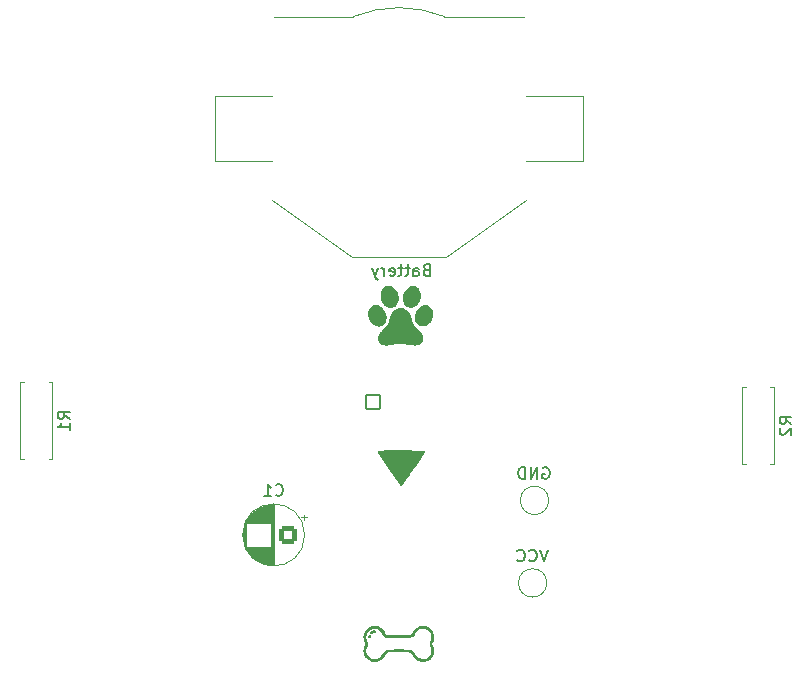
<source format=gbr>
%TF.GenerationSoftware,KiCad,Pcbnew,9.0.2*%
%TF.CreationDate,2025-06-30T15:38:40+07:00*%
%TF.ProjectId,PCB art,50434220-6172-4742-9e6b-696361645f70,rev?*%
%TF.SameCoordinates,Original*%
%TF.FileFunction,Legend,Bot*%
%TF.FilePolarity,Positive*%
%FSLAX46Y46*%
G04 Gerber Fmt 4.6, Leading zero omitted, Abs format (unit mm)*
G04 Created by KiCad (PCBNEW 9.0.2) date 2025-06-30 15:38:40*
%MOMM*%
%LPD*%
G01*
G04 APERTURE LIST*
G04 Aperture macros list*
%AMRoundRect*
0 Rectangle with rounded corners*
0 $1 Rounding radius*
0 $2 $3 $4 $5 $6 $7 $8 $9 X,Y pos of 4 corners*
0 Add a 4 corners polygon primitive as box body*
4,1,4,$2,$3,$4,$5,$6,$7,$8,$9,$2,$3,0*
0 Add four circle primitives for the rounded corners*
1,1,$1+$1,$2,$3*
1,1,$1+$1,$4,$5*
1,1,$1+$1,$6,$7*
1,1,$1+$1,$8,$9*
0 Add four rect primitives between the rounded corners*
20,1,$1+$1,$2,$3,$4,$5,0*
20,1,$1+$1,$4,$5,$6,$7,0*
20,1,$1+$1,$6,$7,$8,$9,0*
20,1,$1+$1,$8,$9,$2,$3,0*%
G04 Aperture macros list end*
%ADD10C,0.150000*%
%ADD11C,0.120000*%
%ADD12C,0.000000*%
%ADD13C,5.300000*%
%ADD14R,1.800000X1.800000*%
%ADD15C,1.800000*%
%ADD16C,2.000000*%
%ADD17RoundRect,0.102000X-0.611000X-0.611000X0.611000X-0.611000X0.611000X0.611000X-0.611000X0.611000X0*%
%ADD18C,1.426000*%
%ADD19R,5.100000X5.100000*%
%ADD20C,17.800000*%
%ADD21C,1.600000*%
%ADD22RoundRect,0.250000X0.550000X0.550000X-0.550000X0.550000X-0.550000X-0.550000X0.550000X-0.550000X0*%
G04 APERTURE END LIST*
D10*
X164137205Y-113953315D02*
X164232443Y-113905696D01*
X164232443Y-113905696D02*
X164375300Y-113905696D01*
X164375300Y-113905696D02*
X164518157Y-113953315D01*
X164518157Y-113953315D02*
X164613395Y-114048553D01*
X164613395Y-114048553D02*
X164661014Y-114143791D01*
X164661014Y-114143791D02*
X164708633Y-114334267D01*
X164708633Y-114334267D02*
X164708633Y-114477124D01*
X164708633Y-114477124D02*
X164661014Y-114667600D01*
X164661014Y-114667600D02*
X164613395Y-114762838D01*
X164613395Y-114762838D02*
X164518157Y-114858077D01*
X164518157Y-114858077D02*
X164375300Y-114905696D01*
X164375300Y-114905696D02*
X164280062Y-114905696D01*
X164280062Y-114905696D02*
X164137205Y-114858077D01*
X164137205Y-114858077D02*
X164089586Y-114810457D01*
X164089586Y-114810457D02*
X164089586Y-114477124D01*
X164089586Y-114477124D02*
X164280062Y-114477124D01*
X163661014Y-114905696D02*
X163661014Y-113905696D01*
X163661014Y-113905696D02*
X163089586Y-114905696D01*
X163089586Y-114905696D02*
X163089586Y-113905696D01*
X162613395Y-114905696D02*
X162613395Y-113905696D01*
X162613395Y-113905696D02*
X162375300Y-113905696D01*
X162375300Y-113905696D02*
X162232443Y-113953315D01*
X162232443Y-113953315D02*
X162137205Y-114048553D01*
X162137205Y-114048553D02*
X162089586Y-114143791D01*
X162089586Y-114143791D02*
X162041967Y-114334267D01*
X162041967Y-114334267D02*
X162041967Y-114477124D01*
X162041967Y-114477124D02*
X162089586Y-114667600D01*
X162089586Y-114667600D02*
X162137205Y-114762838D01*
X162137205Y-114762838D02*
X162232443Y-114858077D01*
X162232443Y-114858077D02*
X162375300Y-114905696D01*
X162375300Y-114905696D02*
X162613395Y-114905696D01*
X154270330Y-97198686D02*
X154127473Y-97246305D01*
X154127473Y-97246305D02*
X154079854Y-97293924D01*
X154079854Y-97293924D02*
X154032235Y-97389162D01*
X154032235Y-97389162D02*
X154032235Y-97532019D01*
X154032235Y-97532019D02*
X154079854Y-97627257D01*
X154079854Y-97627257D02*
X154127473Y-97674877D01*
X154127473Y-97674877D02*
X154222711Y-97722496D01*
X154222711Y-97722496D02*
X154603663Y-97722496D01*
X154603663Y-97722496D02*
X154603663Y-96722496D01*
X154603663Y-96722496D02*
X154270330Y-96722496D01*
X154270330Y-96722496D02*
X154175092Y-96770115D01*
X154175092Y-96770115D02*
X154127473Y-96817734D01*
X154127473Y-96817734D02*
X154079854Y-96912972D01*
X154079854Y-96912972D02*
X154079854Y-97008210D01*
X154079854Y-97008210D02*
X154127473Y-97103448D01*
X154127473Y-97103448D02*
X154175092Y-97151067D01*
X154175092Y-97151067D02*
X154270330Y-97198686D01*
X154270330Y-97198686D02*
X154603663Y-97198686D01*
X153175092Y-97722496D02*
X153175092Y-97198686D01*
X153175092Y-97198686D02*
X153222711Y-97103448D01*
X153222711Y-97103448D02*
X153317949Y-97055829D01*
X153317949Y-97055829D02*
X153508425Y-97055829D01*
X153508425Y-97055829D02*
X153603663Y-97103448D01*
X153175092Y-97674877D02*
X153270330Y-97722496D01*
X153270330Y-97722496D02*
X153508425Y-97722496D01*
X153508425Y-97722496D02*
X153603663Y-97674877D01*
X153603663Y-97674877D02*
X153651282Y-97579638D01*
X153651282Y-97579638D02*
X153651282Y-97484400D01*
X153651282Y-97484400D02*
X153603663Y-97389162D01*
X153603663Y-97389162D02*
X153508425Y-97341543D01*
X153508425Y-97341543D02*
X153270330Y-97341543D01*
X153270330Y-97341543D02*
X153175092Y-97293924D01*
X152841758Y-97055829D02*
X152460806Y-97055829D01*
X152698901Y-96722496D02*
X152698901Y-97579638D01*
X152698901Y-97579638D02*
X152651282Y-97674877D01*
X152651282Y-97674877D02*
X152556044Y-97722496D01*
X152556044Y-97722496D02*
X152460806Y-97722496D01*
X152270329Y-97055829D02*
X151889377Y-97055829D01*
X152127472Y-96722496D02*
X152127472Y-97579638D01*
X152127472Y-97579638D02*
X152079853Y-97674877D01*
X152079853Y-97674877D02*
X151984615Y-97722496D01*
X151984615Y-97722496D02*
X151889377Y-97722496D01*
X151175091Y-97674877D02*
X151270329Y-97722496D01*
X151270329Y-97722496D02*
X151460805Y-97722496D01*
X151460805Y-97722496D02*
X151556043Y-97674877D01*
X151556043Y-97674877D02*
X151603662Y-97579638D01*
X151603662Y-97579638D02*
X151603662Y-97198686D01*
X151603662Y-97198686D02*
X151556043Y-97103448D01*
X151556043Y-97103448D02*
X151460805Y-97055829D01*
X151460805Y-97055829D02*
X151270329Y-97055829D01*
X151270329Y-97055829D02*
X151175091Y-97103448D01*
X151175091Y-97103448D02*
X151127472Y-97198686D01*
X151127472Y-97198686D02*
X151127472Y-97293924D01*
X151127472Y-97293924D02*
X151603662Y-97389162D01*
X150698900Y-97722496D02*
X150698900Y-97055829D01*
X150698900Y-97246305D02*
X150651281Y-97151067D01*
X150651281Y-97151067D02*
X150603662Y-97103448D01*
X150603662Y-97103448D02*
X150508424Y-97055829D01*
X150508424Y-97055829D02*
X150413186Y-97055829D01*
X150175090Y-97055829D02*
X149936995Y-97722496D01*
X149698900Y-97055829D02*
X149936995Y-97722496D01*
X149936995Y-97722496D02*
X150032233Y-97960591D01*
X150032233Y-97960591D02*
X150079852Y-98008210D01*
X150079852Y-98008210D02*
X150175090Y-98055829D01*
X185173520Y-110247010D02*
X184697329Y-109913677D01*
X185173520Y-109675582D02*
X184173520Y-109675582D01*
X184173520Y-109675582D02*
X184173520Y-110056534D01*
X184173520Y-110056534D02*
X184221139Y-110151772D01*
X184221139Y-110151772D02*
X184268758Y-110199391D01*
X184268758Y-110199391D02*
X184363996Y-110247010D01*
X184363996Y-110247010D02*
X184506853Y-110247010D01*
X184506853Y-110247010D02*
X184602091Y-110199391D01*
X184602091Y-110199391D02*
X184649710Y-110151772D01*
X184649710Y-110151772D02*
X184697329Y-110056534D01*
X184697329Y-110056534D02*
X184697329Y-109675582D01*
X184268758Y-110627963D02*
X184221139Y-110675582D01*
X184221139Y-110675582D02*
X184173520Y-110770820D01*
X184173520Y-110770820D02*
X184173520Y-111008915D01*
X184173520Y-111008915D02*
X184221139Y-111104153D01*
X184221139Y-111104153D02*
X184268758Y-111151772D01*
X184268758Y-111151772D02*
X184363996Y-111199391D01*
X184363996Y-111199391D02*
X184459234Y-111199391D01*
X184459234Y-111199391D02*
X184602091Y-111151772D01*
X184602091Y-111151772D02*
X185173520Y-110580344D01*
X185173520Y-110580344D02*
X185173520Y-111199391D01*
X164545833Y-120894096D02*
X164212500Y-121894096D01*
X164212500Y-121894096D02*
X163879167Y-120894096D01*
X162974405Y-121798857D02*
X163022024Y-121846477D01*
X163022024Y-121846477D02*
X163164881Y-121894096D01*
X163164881Y-121894096D02*
X163260119Y-121894096D01*
X163260119Y-121894096D02*
X163402976Y-121846477D01*
X163402976Y-121846477D02*
X163498214Y-121751238D01*
X163498214Y-121751238D02*
X163545833Y-121656000D01*
X163545833Y-121656000D02*
X163593452Y-121465524D01*
X163593452Y-121465524D02*
X163593452Y-121322667D01*
X163593452Y-121322667D02*
X163545833Y-121132191D01*
X163545833Y-121132191D02*
X163498214Y-121036953D01*
X163498214Y-121036953D02*
X163402976Y-120941715D01*
X163402976Y-120941715D02*
X163260119Y-120894096D01*
X163260119Y-120894096D02*
X163164881Y-120894096D01*
X163164881Y-120894096D02*
X163022024Y-120941715D01*
X163022024Y-120941715D02*
X162974405Y-120989334D01*
X161974405Y-121798857D02*
X162022024Y-121846477D01*
X162022024Y-121846477D02*
X162164881Y-121894096D01*
X162164881Y-121894096D02*
X162260119Y-121894096D01*
X162260119Y-121894096D02*
X162402976Y-121846477D01*
X162402976Y-121846477D02*
X162498214Y-121751238D01*
X162498214Y-121751238D02*
X162545833Y-121656000D01*
X162545833Y-121656000D02*
X162593452Y-121465524D01*
X162593452Y-121465524D02*
X162593452Y-121322667D01*
X162593452Y-121322667D02*
X162545833Y-121132191D01*
X162545833Y-121132191D02*
X162498214Y-121036953D01*
X162498214Y-121036953D02*
X162402976Y-120941715D01*
X162402976Y-120941715D02*
X162260119Y-120894096D01*
X162260119Y-120894096D02*
X162164881Y-120894096D01*
X162164881Y-120894096D02*
X162022024Y-120941715D01*
X162022024Y-120941715D02*
X161974405Y-120989334D01*
X141500280Y-116268857D02*
X141547899Y-116316477D01*
X141547899Y-116316477D02*
X141690756Y-116364096D01*
X141690756Y-116364096D02*
X141785994Y-116364096D01*
X141785994Y-116364096D02*
X141928851Y-116316477D01*
X141928851Y-116316477D02*
X142024089Y-116221238D01*
X142024089Y-116221238D02*
X142071708Y-116126000D01*
X142071708Y-116126000D02*
X142119327Y-115935524D01*
X142119327Y-115935524D02*
X142119327Y-115792667D01*
X142119327Y-115792667D02*
X142071708Y-115602191D01*
X142071708Y-115602191D02*
X142024089Y-115506953D01*
X142024089Y-115506953D02*
X141928851Y-115411715D01*
X141928851Y-115411715D02*
X141785994Y-115364096D01*
X141785994Y-115364096D02*
X141690756Y-115364096D01*
X141690756Y-115364096D02*
X141547899Y-115411715D01*
X141547899Y-115411715D02*
X141500280Y-115459334D01*
X140547899Y-116364096D02*
X141119327Y-116364096D01*
X140833613Y-116364096D02*
X140833613Y-115364096D01*
X140833613Y-115364096D02*
X140928851Y-115506953D01*
X140928851Y-115506953D02*
X141024089Y-115602191D01*
X141024089Y-115602191D02*
X141119327Y-115649810D01*
X124061120Y-109837010D02*
X123584929Y-109503677D01*
X124061120Y-109265582D02*
X123061120Y-109265582D01*
X123061120Y-109265582D02*
X123061120Y-109646534D01*
X123061120Y-109646534D02*
X123108739Y-109741772D01*
X123108739Y-109741772D02*
X123156358Y-109789391D01*
X123156358Y-109789391D02*
X123251596Y-109837010D01*
X123251596Y-109837010D02*
X123394453Y-109837010D01*
X123394453Y-109837010D02*
X123489691Y-109789391D01*
X123489691Y-109789391D02*
X123537310Y-109741772D01*
X123537310Y-109741772D02*
X123584929Y-109646534D01*
X123584929Y-109646534D02*
X123584929Y-109265582D01*
X124061120Y-110789391D02*
X124061120Y-110217963D01*
X124061120Y-110503677D02*
X123061120Y-110503677D01*
X123061120Y-110503677D02*
X123203977Y-110408439D01*
X123203977Y-110408439D02*
X123299215Y-110313201D01*
X123299215Y-110313201D02*
X123346834Y-110217963D01*
D11*
%TO.C,GND*%
X164626101Y-116734877D02*
G75*
G02*
X162226101Y-116734877I-1200000J0D01*
G01*
X162226101Y-116734877D02*
G75*
G02*
X164626101Y-116734877I1200000J0D01*
G01*
D12*
%TO.C,G\u002A\u002A\u002A*%
G36*
X153288892Y-98581489D02*
G01*
X153395285Y-98622780D01*
X153440184Y-98646742D01*
X153530538Y-98711890D01*
X153609005Y-98792589D01*
X153674985Y-98886847D01*
X153727879Y-98992672D01*
X153767088Y-99108071D01*
X153792013Y-99231051D01*
X153802055Y-99359620D01*
X153796615Y-99491787D01*
X153775094Y-99625558D01*
X153736893Y-99758940D01*
X153709752Y-99829833D01*
X153648545Y-99955532D01*
X153574352Y-100067946D01*
X153484699Y-100171113D01*
X153407134Y-100242289D01*
X153301560Y-100317392D01*
X153191081Y-100373010D01*
X153077369Y-100408169D01*
X152992143Y-100420885D01*
X152879288Y-100419815D01*
X152770450Y-100397693D01*
X152666174Y-100354647D01*
X152567003Y-100290799D01*
X152553482Y-100280071D01*
X152473099Y-100201061D01*
X152404757Y-100106588D01*
X152349411Y-99999280D01*
X152308017Y-99881763D01*
X152281531Y-99756665D01*
X152270910Y-99626612D01*
X152277109Y-99494233D01*
X152288150Y-99417368D01*
X152322082Y-99273801D01*
X152371547Y-99138361D01*
X152435282Y-99012804D01*
X152512023Y-98898886D01*
X152600509Y-98798364D01*
X152699477Y-98712993D01*
X152807665Y-98644529D01*
X152923809Y-98594729D01*
X152967261Y-98581557D01*
X153077375Y-98561026D01*
X153183753Y-98560953D01*
X153288892Y-98581489D01*
G37*
G36*
X150136669Y-100186503D02*
G01*
X150248203Y-100219542D01*
X150357842Y-100271405D01*
X150463967Y-100341815D01*
X150564959Y-100430500D01*
X150625543Y-100495622D01*
X150719353Y-100620572D01*
X150794807Y-100756696D01*
X150851891Y-100903971D01*
X150882762Y-101027521D01*
X150900160Y-101160057D01*
X150902253Y-101291414D01*
X150888980Y-101417019D01*
X150860280Y-101532300D01*
X150848120Y-101567235D01*
X150816294Y-101645041D01*
X150780721Y-101710317D01*
X150737567Y-101769479D01*
X150682999Y-101828939D01*
X150671478Y-101840220D01*
X150581683Y-101912035D01*
X150482444Y-101965479D01*
X150376080Y-101999265D01*
X150338535Y-102006285D01*
X150239468Y-102013658D01*
X150140727Y-102003755D01*
X150038801Y-101976031D01*
X149930183Y-101929939D01*
X149924143Y-101926949D01*
X149805492Y-101855898D01*
X149697283Y-101767365D01*
X149600895Y-101663287D01*
X149517708Y-101545604D01*
X149449102Y-101416253D01*
X149396455Y-101277173D01*
X149361147Y-101130301D01*
X149347876Y-101023602D01*
X149346320Y-100890924D01*
X149361211Y-100763399D01*
X149391819Y-100643128D01*
X149437416Y-100532219D01*
X149497271Y-100432773D01*
X149570658Y-100346896D01*
X149656845Y-100276692D01*
X149703970Y-100248056D01*
X149806890Y-100203062D01*
X149914393Y-100177988D01*
X150024859Y-100172560D01*
X150136669Y-100186503D01*
G37*
G36*
X151175085Y-98569128D02*
G01*
X151292309Y-98601294D01*
X151404469Y-98654162D01*
X151511159Y-98727519D01*
X151611969Y-98821152D01*
X151688210Y-98911522D01*
X151770913Y-99038788D01*
X151836255Y-99177798D01*
X151883686Y-99327338D01*
X151912659Y-99486193D01*
X151920157Y-99598927D01*
X151913591Y-99729296D01*
X151891139Y-99853687D01*
X151853826Y-99970339D01*
X151802679Y-100077489D01*
X151738723Y-100173377D01*
X151662984Y-100256241D01*
X151576486Y-100324321D01*
X151480256Y-100375853D01*
X151375319Y-100409078D01*
X151345136Y-100415057D01*
X151271671Y-100423650D01*
X151200109Y-100421579D01*
X151120176Y-100408836D01*
X151009489Y-100376709D01*
X150900972Y-100324815D01*
X150797330Y-100253171D01*
X150697165Y-100160959D01*
X150690176Y-100153630D01*
X150601524Y-100046876D01*
X150528186Y-99929631D01*
X150468719Y-99799235D01*
X150421682Y-99653029D01*
X150414165Y-99623770D01*
X150405504Y-99584026D01*
X150399725Y-99545202D01*
X150396266Y-99501699D01*
X150394565Y-99447915D01*
X150394057Y-99378252D01*
X150395288Y-99294159D01*
X150400695Y-99213716D01*
X150411595Y-99143358D01*
X150429271Y-99077145D01*
X150455004Y-99009136D01*
X150490078Y-98933391D01*
X150543717Y-98841849D01*
X150616602Y-98752750D01*
X150701088Y-98678896D01*
X150795098Y-98621528D01*
X150896553Y-98581888D01*
X151003374Y-98561219D01*
X151113484Y-98560763D01*
X151175085Y-98569128D01*
G37*
G36*
X154218129Y-100175137D02*
G01*
X154330616Y-100189391D01*
X154435082Y-100222801D01*
X154530408Y-100274331D01*
X154615474Y-100342942D01*
X154689158Y-100427598D01*
X154750342Y-100527262D01*
X154797903Y-100640896D01*
X154830723Y-100767464D01*
X154839612Y-100834489D01*
X154843592Y-100926653D01*
X154840600Y-101024385D01*
X154830924Y-101119752D01*
X154814852Y-101204817D01*
X154813383Y-101210669D01*
X154767905Y-101351833D01*
X154705519Y-101486671D01*
X154628267Y-101611857D01*
X154538191Y-101724065D01*
X154437332Y-101819970D01*
X154423204Y-101831125D01*
X154361386Y-101873201D01*
X154289301Y-101914258D01*
X154213561Y-101951015D01*
X154140777Y-101980191D01*
X154077561Y-101998505D01*
X154061566Y-102001729D01*
X153978674Y-102012982D01*
X153901491Y-102012342D01*
X153819693Y-101999863D01*
X153814206Y-101998686D01*
X153705254Y-101964214D01*
X153606295Y-101911197D01*
X153518317Y-101840577D01*
X153442307Y-101753297D01*
X153379251Y-101650299D01*
X153330137Y-101532524D01*
X153318617Y-101496682D01*
X153306659Y-101452123D01*
X153298791Y-101408422D01*
X153293774Y-101358132D01*
X153290365Y-101293805D01*
X153289975Y-101283397D01*
X153292890Y-101136352D01*
X153312727Y-100998895D01*
X153350433Y-100866478D01*
X153406958Y-100734550D01*
X153456638Y-100643599D01*
X153542056Y-100519947D01*
X153639803Y-100413579D01*
X153750394Y-100323961D01*
X153874345Y-100250560D01*
X153904679Y-100236003D01*
X153996917Y-100200835D01*
X154089230Y-100181095D01*
X154190378Y-100174680D01*
X154218129Y-100175137D01*
G37*
G36*
X152168811Y-100461155D02*
G01*
X152306668Y-100481176D01*
X152435818Y-100520495D01*
X152555312Y-100578606D01*
X152664203Y-100655000D01*
X152761542Y-100749171D01*
X152846383Y-100860610D01*
X152849480Y-100865381D01*
X152883250Y-100921508D01*
X152913019Y-100980135D01*
X152940227Y-101045010D01*
X152966316Y-101119884D01*
X152992728Y-101208506D01*
X153020903Y-101314627D01*
X153029599Y-101348440D01*
X153060382Y-101460757D01*
X153091446Y-101559553D01*
X153124605Y-101647849D01*
X153161669Y-101728663D01*
X153204453Y-101805016D01*
X153254766Y-101879927D01*
X153314423Y-101956415D01*
X153385234Y-102037501D01*
X153469013Y-102126205D01*
X153567571Y-102225545D01*
X153588679Y-102246542D01*
X153669545Y-102328632D01*
X153736377Y-102399793D01*
X153791089Y-102462424D01*
X153835598Y-102518923D01*
X153871820Y-102571689D01*
X153901669Y-102623120D01*
X153927064Y-102675615D01*
X153951049Y-102736025D01*
X153985976Y-102859756D01*
X154004090Y-102984930D01*
X154005932Y-103036833D01*
X153995905Y-103146757D01*
X153966643Y-103247412D01*
X153918549Y-103338133D01*
X153852027Y-103418253D01*
X153767479Y-103487107D01*
X153665310Y-103544029D01*
X153655053Y-103548558D01*
X153596988Y-103570371D01*
X153528975Y-103591351D01*
X153460402Y-103608802D01*
X153400657Y-103620028D01*
X153394445Y-103620851D01*
X153296203Y-103626245D01*
X153185919Y-103619645D01*
X153068810Y-103601345D01*
X153049800Y-103597527D01*
X152951077Y-103578857D01*
X152855463Y-103563019D01*
X152758859Y-103549534D01*
X152657165Y-103537925D01*
X152546280Y-103527715D01*
X152422106Y-103518428D01*
X152280543Y-103509585D01*
X152218989Y-103506681D01*
X152108459Y-103504660D01*
X151989777Y-103506531D01*
X151859722Y-103512415D01*
X151715071Y-103522432D01*
X151552603Y-103536701D01*
X151509173Y-103540902D01*
X151438962Y-103548185D01*
X151379064Y-103555401D01*
X151323223Y-103563495D01*
X151265178Y-103573416D01*
X151198674Y-103586109D01*
X151117451Y-103602522D01*
X151069793Y-103611919D01*
X151016587Y-103620633D01*
X150970778Y-103625035D01*
X150924611Y-103625788D01*
X150870327Y-103623549D01*
X150774028Y-103613646D01*
X150654848Y-103588673D01*
X150544810Y-103551101D01*
X150446624Y-103502105D01*
X150363002Y-103442865D01*
X150296656Y-103374555D01*
X150278717Y-103350196D01*
X150229040Y-103259790D01*
X150197584Y-103159604D01*
X150184587Y-103051250D01*
X150190284Y-102936343D01*
X150214912Y-102816494D01*
X150226916Y-102775538D01*
X150246601Y-102717065D01*
X150268937Y-102663005D01*
X150295572Y-102610994D01*
X150328158Y-102558665D01*
X150368342Y-102503651D01*
X150417774Y-102443587D01*
X150478104Y-102376106D01*
X150550980Y-102298841D01*
X150638053Y-102209428D01*
X150701944Y-102144111D01*
X150772755Y-102070273D01*
X150831408Y-102006792D01*
X150879868Y-101951185D01*
X150920100Y-101900972D01*
X150954071Y-101853672D01*
X150983745Y-101806804D01*
X151011088Y-101757885D01*
X151038065Y-101704436D01*
X151066093Y-101643013D01*
X151093886Y-101572208D01*
X151119814Y-101493857D01*
X151145384Y-101403367D01*
X151172103Y-101296145D01*
X151176273Y-101278785D01*
X151207993Y-101160462D01*
X151242075Y-101058823D01*
X151280305Y-100969632D01*
X151324469Y-100888652D01*
X151376351Y-100811649D01*
X151386560Y-100798061D01*
X151477435Y-100696293D01*
X151580489Y-100611966D01*
X151694758Y-100545553D01*
X151819277Y-100497528D01*
X151953079Y-100468365D01*
X152095200Y-100458539D01*
X152168811Y-100461155D01*
G37*
G36*
X151407901Y-112511173D02*
G01*
X151538770Y-112511198D01*
X151678526Y-112511239D01*
X151827445Y-112511297D01*
X151985808Y-112511370D01*
X152153892Y-112511457D01*
X154079284Y-112512500D01*
X154103737Y-112527619D01*
X154120633Y-112539468D01*
X154141878Y-112561751D01*
X154154748Y-112588191D01*
X154160168Y-112620306D01*
X154160523Y-112629758D01*
X154159470Y-112653941D01*
X154155510Y-112671183D01*
X154154428Y-112673125D01*
X154148093Y-112683014D01*
X154136427Y-112700559D01*
X154119686Y-112725390D01*
X154098126Y-112757138D01*
X154072003Y-112795434D01*
X154041573Y-112839908D01*
X154007092Y-112890190D01*
X153968816Y-112945912D01*
X153927002Y-113006703D01*
X153881905Y-113072194D01*
X153833782Y-113142017D01*
X153782889Y-113215800D01*
X153729481Y-113293176D01*
X153673815Y-113373774D01*
X153616147Y-113457226D01*
X153556733Y-113543161D01*
X153495829Y-113631210D01*
X153433691Y-113721004D01*
X153370575Y-113812173D01*
X153306737Y-113904348D01*
X153242434Y-113997160D01*
X153177922Y-114090239D01*
X153113455Y-114183215D01*
X153049292Y-114275719D01*
X152985687Y-114367383D01*
X152922897Y-114457835D01*
X152861178Y-114546707D01*
X152800785Y-114633630D01*
X152741976Y-114718234D01*
X152685006Y-114800149D01*
X152630131Y-114879006D01*
X152577607Y-114954436D01*
X152527691Y-115026069D01*
X152480638Y-115093536D01*
X152436704Y-115156467D01*
X152396147Y-115214493D01*
X152359220Y-115267244D01*
X152326182Y-115314352D01*
X152297287Y-115355446D01*
X152272793Y-115390157D01*
X152252954Y-115418116D01*
X152238027Y-115438953D01*
X152228269Y-115452299D01*
X152223935Y-115457784D01*
X152216544Y-115464187D01*
X152187881Y-115481434D01*
X152157274Y-115489418D01*
X152126151Y-115488137D01*
X152095938Y-115477593D01*
X152068064Y-115457784D01*
X152066665Y-115456120D01*
X152059724Y-115446799D01*
X152047483Y-115429802D01*
X152030198Y-115405499D01*
X152008125Y-115374259D01*
X151981520Y-115336451D01*
X151950638Y-115292444D01*
X151915736Y-115242607D01*
X151877070Y-115187310D01*
X151834895Y-115126921D01*
X151789467Y-115061810D01*
X151741044Y-114992345D01*
X151689879Y-114918896D01*
X151636230Y-114841832D01*
X151580353Y-114761522D01*
X151522502Y-114678335D01*
X151462935Y-114592640D01*
X151401908Y-114504806D01*
X151339675Y-114415202D01*
X151276494Y-114324198D01*
X151212619Y-114232162D01*
X151148308Y-114139464D01*
X151083816Y-114046473D01*
X151019398Y-113953557D01*
X150955312Y-113861086D01*
X150891812Y-113769429D01*
X150829156Y-113678956D01*
X150767598Y-113590034D01*
X150707395Y-113503034D01*
X150648802Y-113418324D01*
X150592076Y-113336273D01*
X150537473Y-113257251D01*
X150485248Y-113181627D01*
X150435658Y-113109769D01*
X150388959Y-113042047D01*
X150345406Y-112978830D01*
X150305255Y-112920487D01*
X150268762Y-112867387D01*
X150236184Y-112819900D01*
X150207776Y-112778393D01*
X150183795Y-112743237D01*
X150164495Y-112714801D01*
X150150134Y-112693453D01*
X150140967Y-112679563D01*
X150137250Y-112673500D01*
X150135685Y-112669539D01*
X150131337Y-112647565D01*
X150131160Y-112621707D01*
X150134935Y-112596112D01*
X150142445Y-112574930D01*
X150156620Y-112554295D01*
X150180849Y-112532252D01*
X150209137Y-112517328D01*
X150209598Y-112517185D01*
X150212986Y-112516590D01*
X150218853Y-112516032D01*
X150227477Y-112515509D01*
X150239136Y-112515020D01*
X150254109Y-112514566D01*
X150272674Y-112514144D01*
X150295111Y-112513753D01*
X150321697Y-112513394D01*
X150352712Y-112513066D01*
X150388434Y-112512767D01*
X150429141Y-112512496D01*
X150475113Y-112512253D01*
X150526626Y-112512037D01*
X150583962Y-112511847D01*
X150647397Y-112511683D01*
X150717210Y-112511542D01*
X150793681Y-112511426D01*
X150877087Y-112511332D01*
X150967707Y-112511260D01*
X151065820Y-112511209D01*
X151171704Y-112511178D01*
X151285638Y-112511166D01*
X151407901Y-112511173D01*
G37*
D11*
%TO.C,Battery*%
X136394901Y-82517677D02*
X141194901Y-82517677D01*
X136394901Y-88017677D02*
X136394901Y-82517677D01*
X141194901Y-88017677D02*
X136394901Y-88017677D01*
X141394901Y-75767677D02*
X148094901Y-75767677D01*
X147994901Y-96117677D02*
X141194901Y-91317677D01*
X155894901Y-96117677D02*
X147994901Y-96117677D01*
X162494901Y-75767677D02*
X155794901Y-75767677D01*
X162694901Y-82517677D02*
X167494901Y-82517677D01*
X162744901Y-91317677D02*
X155894901Y-96117677D01*
X167494901Y-82517677D02*
X167494901Y-88017677D01*
X167494901Y-88017677D02*
X162694901Y-88017677D01*
X148094901Y-75767677D02*
G75*
G02*
X155791286Y-75766213I3850000J-9500000D01*
G01*
%TO.C,R2*%
X180978701Y-107143677D02*
X180978701Y-113683677D01*
X180978701Y-113683677D02*
X181308701Y-113683677D01*
X181308701Y-107143677D02*
X180978701Y-107143677D01*
X183388701Y-107143677D02*
X183718701Y-107143677D01*
X183718701Y-107143677D02*
X183718701Y-113683677D01*
X183718701Y-113683677D02*
X183388701Y-113683677D01*
%TO.C,VCC*%
X164463301Y-123723277D02*
G75*
G02*
X162063301Y-123723277I-1200000J0D01*
G01*
X162063301Y-123723277D02*
G75*
G02*
X164463301Y-123723277I1200000J0D01*
G01*
%TO.C,C1*%
X138733614Y-119376277D02*
X138733614Y-119942277D01*
X138773614Y-119142277D02*
X138773614Y-120176277D01*
X138813614Y-118982277D02*
X138813614Y-120336277D01*
X138853614Y-118854277D02*
X138853614Y-120464277D01*
X138893614Y-118745277D02*
X138893614Y-120573277D01*
X138933614Y-118648277D02*
X138933614Y-120670277D01*
X138973614Y-118561277D02*
X138973614Y-120757277D01*
X139013614Y-118482277D02*
X139013614Y-120836277D01*
X139053614Y-118408277D02*
X139053614Y-118619277D01*
X139053614Y-120699277D02*
X139053614Y-120910277D01*
X139093614Y-118340277D02*
X139093614Y-118619277D01*
X139093614Y-120699277D02*
X139093614Y-120978277D01*
X139133614Y-118276277D02*
X139133614Y-118619277D01*
X139133614Y-120699277D02*
X139133614Y-121042277D01*
X139173614Y-118216277D02*
X139173614Y-118619277D01*
X139173614Y-120699277D02*
X139173614Y-121102277D01*
X139213614Y-118160277D02*
X139213614Y-118619277D01*
X139213614Y-120699277D02*
X139213614Y-121158277D01*
X139253614Y-118106277D02*
X139253614Y-118619277D01*
X139253614Y-120699277D02*
X139253614Y-121212277D01*
X139293614Y-118055277D02*
X139293614Y-118619277D01*
X139293614Y-120699277D02*
X139293614Y-121263277D01*
X139333614Y-118007277D02*
X139333614Y-118619277D01*
X139333614Y-120699277D02*
X139333614Y-121311277D01*
X139373614Y-117960277D02*
X139373614Y-118619277D01*
X139373614Y-120699277D02*
X139373614Y-121358277D01*
X139413614Y-117916277D02*
X139413614Y-118619277D01*
X139413614Y-120699277D02*
X139413614Y-121402277D01*
X139453614Y-117874277D02*
X139453614Y-118619277D01*
X139453614Y-120699277D02*
X139453614Y-121444277D01*
X139493614Y-117834277D02*
X139493614Y-118619277D01*
X139493614Y-120699277D02*
X139493614Y-121484277D01*
X139533614Y-117795277D02*
X139533614Y-118619277D01*
X139533614Y-120699277D02*
X139533614Y-121523277D01*
X139573614Y-117758277D02*
X139573614Y-118619277D01*
X139573614Y-120699277D02*
X139573614Y-121560277D01*
X139613614Y-117723277D02*
X139613614Y-118619277D01*
X139613614Y-120699277D02*
X139613614Y-121595277D01*
X139653614Y-117689277D02*
X139653614Y-118619277D01*
X139653614Y-120699277D02*
X139653614Y-121629277D01*
X139693614Y-117656277D02*
X139693614Y-118619277D01*
X139693614Y-120699277D02*
X139693614Y-121662277D01*
X139733614Y-117624277D02*
X139733614Y-118619277D01*
X139733614Y-120699277D02*
X139733614Y-121694277D01*
X139773614Y-117594277D02*
X139773614Y-118619277D01*
X139773614Y-120699277D02*
X139773614Y-121724277D01*
X139813614Y-117565277D02*
X139813614Y-118619277D01*
X139813614Y-120699277D02*
X139813614Y-121753277D01*
X139853614Y-117537277D02*
X139853614Y-118619277D01*
X139853614Y-120699277D02*
X139853614Y-121781277D01*
X139893614Y-117510277D02*
X139893614Y-118619277D01*
X139893614Y-120699277D02*
X139893614Y-121808277D01*
X139933614Y-117484277D02*
X139933614Y-118619277D01*
X139933614Y-120699277D02*
X139933614Y-121834277D01*
X139973614Y-117460277D02*
X139973614Y-118619277D01*
X139973614Y-120699277D02*
X139973614Y-121858277D01*
X140013614Y-117436277D02*
X140013614Y-118619277D01*
X140013614Y-120699277D02*
X140013614Y-121882277D01*
X140053614Y-117413277D02*
X140053614Y-118619277D01*
X140053614Y-120699277D02*
X140053614Y-121905277D01*
X140093614Y-117391277D02*
X140093614Y-118619277D01*
X140093614Y-120699277D02*
X140093614Y-121927277D01*
X140133614Y-117370277D02*
X140133614Y-118619277D01*
X140133614Y-120699277D02*
X140133614Y-121948277D01*
X140173614Y-117350277D02*
X140173614Y-118619277D01*
X140173614Y-120699277D02*
X140173614Y-121968277D01*
X140213614Y-117330277D02*
X140213614Y-118619277D01*
X140213614Y-120699277D02*
X140213614Y-121988277D01*
X140253614Y-117312277D02*
X140253614Y-118619277D01*
X140253614Y-120699277D02*
X140253614Y-122006277D01*
X140293614Y-117294277D02*
X140293614Y-118619277D01*
X140293614Y-120699277D02*
X140293614Y-122024277D01*
X140333614Y-117277277D02*
X140333614Y-118619277D01*
X140333614Y-120699277D02*
X140333614Y-122041277D01*
X140373614Y-117261277D02*
X140373614Y-118619277D01*
X140373614Y-120699277D02*
X140373614Y-122057277D01*
X140413614Y-117246277D02*
X140413614Y-118619277D01*
X140413614Y-120699277D02*
X140413614Y-122072277D01*
X140453614Y-117231277D02*
X140453614Y-118619277D01*
X140453614Y-120699277D02*
X140453614Y-122087277D01*
X140493614Y-117217277D02*
X140493614Y-118619277D01*
X140493614Y-120699277D02*
X140493614Y-122101277D01*
X140533614Y-117204277D02*
X140533614Y-118619277D01*
X140533614Y-120699277D02*
X140533614Y-122114277D01*
X140573614Y-117192277D02*
X140573614Y-118619277D01*
X140573614Y-120699277D02*
X140573614Y-122126277D01*
X140613614Y-117180277D02*
X140613614Y-118619277D01*
X140613614Y-120699277D02*
X140613614Y-122138277D01*
X140653614Y-117169277D02*
X140653614Y-118619277D01*
X140653614Y-120699277D02*
X140653614Y-122149277D01*
X140693614Y-117158277D02*
X140693614Y-118619277D01*
X140693614Y-120699277D02*
X140693614Y-122160277D01*
X140733614Y-117149277D02*
X140733614Y-118619277D01*
X140733614Y-120699277D02*
X140733614Y-122169277D01*
X140773614Y-117140277D02*
X140773614Y-118619277D01*
X140773614Y-120699277D02*
X140773614Y-122178277D01*
X140813614Y-117131277D02*
X140813614Y-118619277D01*
X140813614Y-120699277D02*
X140813614Y-122187277D01*
X140853614Y-117123277D02*
X140853614Y-118619277D01*
X140853614Y-120699277D02*
X140853614Y-122195277D01*
X140893614Y-117116277D02*
X140893614Y-118619277D01*
X140893614Y-120699277D02*
X140893614Y-122202277D01*
X140933614Y-117110277D02*
X140933614Y-118619277D01*
X140933614Y-120699277D02*
X140933614Y-122208277D01*
X140973614Y-117104277D02*
X140973614Y-118619277D01*
X140973614Y-120699277D02*
X140973614Y-122214277D01*
X141013614Y-117099277D02*
X141013614Y-118619277D01*
X141013614Y-120699277D02*
X141013614Y-122219277D01*
X141053614Y-117094277D02*
X141053614Y-118619277D01*
X141053614Y-120699277D02*
X141053614Y-122224277D01*
X141093614Y-117090277D02*
X141093614Y-118619277D01*
X141093614Y-120699277D02*
X141093614Y-122228277D01*
X141133614Y-117087277D02*
X141133614Y-122231277D01*
X141173614Y-117084277D02*
X141173614Y-122234277D01*
X141213614Y-117082277D02*
X141213614Y-122236277D01*
X141253614Y-117080277D02*
X141253614Y-122238277D01*
X141293614Y-117079277D02*
X141293614Y-122239277D01*
X141333614Y-117079277D02*
X141333614Y-122239277D01*
X143888389Y-117934277D02*
X143888389Y-118434277D01*
X144138389Y-118184277D02*
X143638389Y-118184277D01*
X143953614Y-119659277D02*
G75*
G02*
X138713614Y-119659277I-2620000J0D01*
G01*
X138713614Y-119659277D02*
G75*
G02*
X143953614Y-119659277I2620000J0D01*
G01*
%TO.C,R1*%
X119866301Y-106686477D02*
X120196301Y-106686477D01*
X119866301Y-113226477D02*
X119866301Y-106686477D01*
X120196301Y-113226477D02*
X119866301Y-113226477D01*
X122276301Y-113226477D02*
X122606301Y-113226477D01*
X122606301Y-106686477D02*
X122276301Y-106686477D01*
X122606301Y-113226477D02*
X122606301Y-106686477D01*
D12*
%TO.C,G\u002A\u002A\u002A*%
G36*
X149499544Y-128123593D02*
G01*
X149540840Y-128151979D01*
X149562337Y-128177646D01*
X149572579Y-128205180D01*
X149575102Y-128244986D01*
X149570476Y-128305277D01*
X149555056Y-128350452D01*
X149526725Y-128386180D01*
X149514181Y-128395860D01*
X149473790Y-128409678D01*
X149429570Y-128406435D01*
X149387596Y-128388337D01*
X149353945Y-128357592D01*
X149334691Y-128316407D01*
X149330792Y-128291749D01*
X149333457Y-128236233D01*
X149350587Y-128188298D01*
X149378971Y-128150506D01*
X149415399Y-128125417D01*
X149456660Y-128115593D01*
X149499544Y-128123593D01*
G37*
G36*
X149941402Y-127747897D02*
G01*
X149946435Y-127750430D01*
X149976074Y-127771005D01*
X149994759Y-127793067D01*
X150005802Y-127828063D01*
X150005603Y-127876910D01*
X149989594Y-127920859D01*
X149959433Y-127952442D01*
X149942458Y-127959799D01*
X149906574Y-127969743D01*
X149864145Y-127977625D01*
X149834158Y-127983568D01*
X149776152Y-128001391D01*
X149722719Y-128024561D01*
X149717214Y-128027416D01*
X149657435Y-128052991D01*
X149609730Y-128061098D01*
X149570815Y-128051743D01*
X149537406Y-128024934D01*
X149521937Y-128004757D01*
X149504955Y-127959462D01*
X149511353Y-127913143D01*
X149541124Y-127866150D01*
X149577128Y-127833686D01*
X149633207Y-127799255D01*
X149698616Y-127770669D01*
X149767748Y-127749583D01*
X149834994Y-127737655D01*
X149894748Y-127736541D01*
X149941402Y-127747897D01*
G37*
G36*
X154001215Y-127354167D02*
G01*
X154152125Y-127366073D01*
X154294173Y-127399616D01*
X154426981Y-127454641D01*
X154550170Y-127530995D01*
X154663359Y-127628523D01*
X154700754Y-127667472D01*
X154769172Y-127750374D01*
X154824496Y-127837345D01*
X154869129Y-127933165D01*
X154905476Y-128042612D01*
X154935938Y-128170462D01*
X154938384Y-128186989D01*
X154941288Y-128232677D01*
X154941882Y-128289865D01*
X154940297Y-128350765D01*
X154936668Y-128407590D01*
X154931127Y-128452551D01*
X154924101Y-128488224D01*
X154883506Y-128627155D01*
X154824590Y-128757526D01*
X154803086Y-128799754D01*
X154785200Y-128849281D01*
X154782034Y-128892944D01*
X154793425Y-128937871D01*
X154819209Y-128991195D01*
X154855183Y-129063098D01*
X154906209Y-129202402D01*
X154935226Y-129344267D01*
X154942524Y-129486576D01*
X154928392Y-129627211D01*
X154893120Y-129764056D01*
X154836998Y-129894993D01*
X154760314Y-130017905D01*
X154663359Y-130130676D01*
X154654256Y-130139669D01*
X154540212Y-130235427D01*
X154416202Y-130309997D01*
X154282604Y-130363226D01*
X154139798Y-130394959D01*
X153988162Y-130405043D01*
X153977806Y-130404942D01*
X153827492Y-130391948D01*
X153686692Y-130357625D01*
X153555865Y-130302258D01*
X153435469Y-130226133D01*
X153325962Y-130129537D01*
X153227804Y-130012757D01*
X153141451Y-129876078D01*
X153113476Y-129827231D01*
X153062018Y-129750874D01*
X153009734Y-129693337D01*
X152953277Y-129651855D01*
X152889297Y-129623661D01*
X152814446Y-129605990D01*
X152806820Y-129605075D01*
X152772640Y-129602997D01*
X152718418Y-129601154D01*
X152646571Y-129599548D01*
X152559514Y-129598178D01*
X152459663Y-129597045D01*
X152349433Y-129596148D01*
X152231241Y-129595487D01*
X152107502Y-129595063D01*
X151980631Y-129594874D01*
X151853045Y-129594923D01*
X151727158Y-129595207D01*
X151605388Y-129595728D01*
X151490148Y-129596485D01*
X151383856Y-129597478D01*
X151288927Y-129598708D01*
X151207777Y-129600174D01*
X151142820Y-129601877D01*
X151096474Y-129603815D01*
X151071153Y-129605990D01*
X151030073Y-129614178D01*
X150961379Y-129637060D01*
X150901788Y-129671925D01*
X150847952Y-129721540D01*
X150796522Y-129788669D01*
X150744149Y-129876078D01*
X150696618Y-129956331D01*
X150605366Y-130080105D01*
X150502857Y-130183713D01*
X150388249Y-130267839D01*
X150260697Y-130333162D01*
X150119357Y-130380365D01*
X150075588Y-130389865D01*
X149978602Y-130401903D01*
X149874116Y-130405285D01*
X149771618Y-130399897D01*
X149680594Y-130385625D01*
X149679770Y-130385437D01*
X149545611Y-130343022D01*
X149417332Y-130279790D01*
X149298585Y-130198245D01*
X149193022Y-130100892D01*
X149104293Y-129990237D01*
X149087950Y-129965317D01*
X149020284Y-129837261D01*
X148973705Y-129701756D01*
X148948324Y-129561351D01*
X148945504Y-129462484D01*
X149189182Y-129462484D01*
X149194752Y-129550914D01*
X149207567Y-129633724D01*
X149227001Y-129702392D01*
X149234915Y-129722174D01*
X149293233Y-129834088D01*
X149367906Y-129932153D01*
X149456514Y-130014999D01*
X149556635Y-130081258D01*
X149665847Y-130129560D01*
X149781729Y-130158535D01*
X149901859Y-130166814D01*
X150023816Y-130153027D01*
X150075083Y-130140783D01*
X150190570Y-130098951D01*
X150293640Y-130039228D01*
X150385743Y-129960464D01*
X150468326Y-129861510D01*
X150542836Y-129741218D01*
X150611435Y-129630170D01*
X150687374Y-129539302D01*
X150772019Y-129468084D01*
X150867346Y-129414857D01*
X150975327Y-129377964D01*
X150982688Y-129376527D01*
X151017572Y-129372945D01*
X151072735Y-129369748D01*
X151145876Y-129366935D01*
X151234694Y-129364507D01*
X151336888Y-129362464D01*
X151450158Y-129360805D01*
X151572201Y-129359531D01*
X151700718Y-129358641D01*
X151833406Y-129358136D01*
X151967967Y-129358016D01*
X152102097Y-129358280D01*
X152233496Y-129358929D01*
X152359864Y-129359962D01*
X152478900Y-129361380D01*
X152588301Y-129363182D01*
X152685769Y-129365369D01*
X152769000Y-129367941D01*
X152835695Y-129370897D01*
X152883553Y-129374238D01*
X152910272Y-129377964D01*
X153017326Y-129414448D01*
X153112759Y-129467518D01*
X153197493Y-129538564D01*
X153273503Y-129629245D01*
X153342763Y-129741218D01*
X153372424Y-129793185D01*
X153450069Y-129904591D01*
X153536379Y-129995129D01*
X153632803Y-130065948D01*
X153740788Y-130118198D01*
X153861783Y-130153027D01*
X153882012Y-130156894D01*
X154003833Y-130166930D01*
X154123427Y-130155128D01*
X154238371Y-130122857D01*
X154346244Y-130071485D01*
X154444625Y-130002384D01*
X154531092Y-129916921D01*
X154603223Y-129816468D01*
X154658598Y-129702392D01*
X154673944Y-129651830D01*
X154688406Y-129571639D01*
X154695774Y-129483781D01*
X154695422Y-129396777D01*
X154686725Y-129319147D01*
X154686590Y-129318438D01*
X154676049Y-129279891D01*
X154657432Y-129227465D01*
X154633330Y-129167957D01*
X154606333Y-129108164D01*
X154582431Y-129057654D01*
X154562356Y-129012419D01*
X154549654Y-128977682D01*
X154542654Y-128947757D01*
X154539681Y-128916958D01*
X154539062Y-128879600D01*
X154539469Y-128847595D01*
X154541959Y-128816118D01*
X154548212Y-128786411D01*
X154559900Y-128752788D01*
X154578696Y-128709558D01*
X154606274Y-128651035D01*
X154607536Y-128648387D01*
X154634194Y-128589389D01*
X154657729Y-128531891D01*
X154675631Y-128482356D01*
X154685393Y-128447243D01*
X154688257Y-128429310D01*
X154693419Y-128373368D01*
X154695661Y-128308409D01*
X154694995Y-128242502D01*
X154691430Y-128183718D01*
X154684978Y-128140129D01*
X154684591Y-128138503D01*
X154645210Y-128021346D01*
X154587151Y-127915015D01*
X154512842Y-127821086D01*
X154424714Y-127741134D01*
X154325194Y-127676734D01*
X154216712Y-127629462D01*
X154101697Y-127600894D01*
X153982578Y-127592606D01*
X153861783Y-127606172D01*
X153810516Y-127618416D01*
X153695030Y-127660248D01*
X153591959Y-127719971D01*
X153499856Y-127798736D01*
X153417273Y-127897689D01*
X153342763Y-128017981D01*
X153274164Y-128129029D01*
X153198225Y-128219897D01*
X153113580Y-128291115D01*
X153018254Y-128344342D01*
X152910272Y-128381235D01*
X152902911Y-128382672D01*
X152868027Y-128386254D01*
X152812864Y-128389451D01*
X152739723Y-128392264D01*
X152650905Y-128394692D01*
X152548711Y-128396735D01*
X152435441Y-128398394D01*
X152313398Y-128399668D01*
X152184881Y-128400558D01*
X152052193Y-128401063D01*
X151917633Y-128401183D01*
X151783502Y-128400919D01*
X151652103Y-128400270D01*
X151525735Y-128399237D01*
X151406699Y-128397819D01*
X151297298Y-128396017D01*
X151199831Y-128393830D01*
X151116599Y-128391258D01*
X151049904Y-128388302D01*
X151002046Y-128384961D01*
X150975327Y-128381235D01*
X150868273Y-128344751D01*
X150772840Y-128291681D01*
X150688106Y-128220635D01*
X150612096Y-128129955D01*
X150542836Y-128017981D01*
X150513175Y-127966014D01*
X150435530Y-127854609D01*
X150349220Y-127764070D01*
X150252796Y-127693251D01*
X150144811Y-127641001D01*
X150023816Y-127606172D01*
X150003587Y-127602305D01*
X149881766Y-127592269D01*
X149762172Y-127604071D01*
X149647228Y-127636343D01*
X149539355Y-127687714D01*
X149440974Y-127756815D01*
X149354507Y-127842278D01*
X149282376Y-127942732D01*
X149227001Y-128056807D01*
X149211655Y-128107369D01*
X149197193Y-128187560D01*
X149189825Y-128275418D01*
X149190177Y-128362422D01*
X149198874Y-128440052D01*
X149199009Y-128440761D01*
X149209550Y-128479308D01*
X149228167Y-128531734D01*
X149252269Y-128591242D01*
X149279266Y-128651035D01*
X149303168Y-128701545D01*
X149323243Y-128746780D01*
X149335945Y-128781517D01*
X149342945Y-128811442D01*
X149345918Y-128842241D01*
X149346537Y-128879600D01*
X149346128Y-128911690D01*
X149343634Y-128943140D01*
X149337374Y-128972827D01*
X149325675Y-129006436D01*
X149306863Y-129049653D01*
X149279266Y-129108164D01*
X149278593Y-129109573D01*
X149251636Y-129169439D01*
X149227637Y-129228856D01*
X149209186Y-129281024D01*
X149198874Y-129319147D01*
X149191481Y-129376953D01*
X149189182Y-129462484D01*
X148945504Y-129462484D01*
X148944252Y-129418592D01*
X148961601Y-129276027D01*
X149000483Y-129136205D01*
X149061009Y-129001673D01*
X149082907Y-128957293D01*
X149099994Y-128912222D01*
X149106251Y-128879600D01*
X149101402Y-128851809D01*
X149085513Y-128807904D01*
X149061009Y-128757526D01*
X149029074Y-128693555D01*
X148978434Y-128555542D01*
X148949802Y-128414442D01*
X148942857Y-128272495D01*
X148957280Y-128131944D01*
X148992749Y-127995030D01*
X149048946Y-127863994D01*
X149125549Y-127741078D01*
X149222240Y-127628523D01*
X149231344Y-127619530D01*
X149345387Y-127523772D01*
X149469397Y-127449202D01*
X149602995Y-127395974D01*
X149745801Y-127364240D01*
X149881766Y-127355198D01*
X149897437Y-127354156D01*
X149907793Y-127354257D01*
X150058107Y-127367251D01*
X150198907Y-127401574D01*
X150329734Y-127456942D01*
X150450130Y-127533066D01*
X150559637Y-127629662D01*
X150657796Y-127746442D01*
X150744149Y-127883121D01*
X150772123Y-127931969D01*
X150823581Y-128008326D01*
X150875865Y-128065862D01*
X150932322Y-128107345D01*
X150996302Y-128135538D01*
X151071153Y-128153209D01*
X151078779Y-128154124D01*
X151112959Y-128156202D01*
X151167181Y-128158045D01*
X151239028Y-128159651D01*
X151326085Y-128161021D01*
X151425936Y-128162154D01*
X151536166Y-128163051D01*
X151654358Y-128163712D01*
X151778097Y-128164137D01*
X151904968Y-128164325D01*
X152032555Y-128164277D01*
X152158441Y-128163992D01*
X152280212Y-128163471D01*
X152395451Y-128162714D01*
X152501743Y-128161721D01*
X152596672Y-128160491D01*
X152677822Y-128159025D01*
X152742779Y-128157323D01*
X152789125Y-128155384D01*
X152814446Y-128153209D01*
X152855526Y-128145021D01*
X152924220Y-128122139D01*
X152983811Y-128087274D01*
X153037647Y-128037660D01*
X153089077Y-127970531D01*
X153141451Y-127883121D01*
X153146835Y-127873389D01*
X153233990Y-127738029D01*
X153332920Y-127622586D01*
X153443167Y-127527347D01*
X153564274Y-127452598D01*
X153695780Y-127398626D01*
X153837229Y-127365717D01*
X153988162Y-127354156D01*
X154001215Y-127354167D01*
G37*
%TD*%
%LPC*%
D13*
%TO.C,REF\u002A\u002A*%
X128475301Y-85166077D03*
%TD*%
D14*
%TO.C,^*%
X164237701Y-95789277D03*
D15*
X166777701Y-95789277D03*
%TD*%
D16*
%TO.C,L*%
X114763301Y-97289277D03*
X121263301Y-97289277D03*
X114763301Y-101789277D03*
X121263301Y-101789277D03*
%TD*%
%TO.C,R*%
X182347301Y-97289277D03*
X188847301Y-97289277D03*
X182347301Y-101789277D03*
X188847301Y-101789277D03*
%TD*%
D17*
%TO.C,<>*%
X149723301Y-108432477D03*
D18*
X152263301Y-105892477D03*
X154803301Y-108432477D03*
%TD*%
D14*
%TO.C,^*%
X136856501Y-95789277D03*
D15*
X139396501Y-95789277D03*
%TD*%
D16*
%TO.C,|

*%
X148763301Y-120797677D03*
X155263301Y-120797677D03*
X148763301Y-125297677D03*
X155263301Y-125297677D03*
%TD*%
%TO.C,GND*%
X163426101Y-116734877D03*
%TD*%
D19*
%TO.C,Battery*%
X164744901Y-85267677D03*
X139144901Y-85267677D03*
D20*
X151944901Y-85267677D03*
%TD*%
D21*
%TO.C,R2*%
X182348701Y-106603677D03*
X182348701Y-114223677D03*
%TD*%
D16*
%TO.C,VCC*%
X163263301Y-123723277D03*
%TD*%
D22*
%TO.C,C1*%
X142583614Y-119659277D03*
D21*
X140083614Y-119659277D03*
%TD*%
%TO.C,R1*%
X121236301Y-113766477D03*
X121236301Y-106146477D03*
%TD*%
%LPD*%
M02*

</source>
